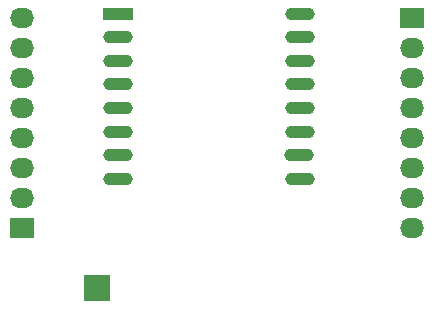
<source format=gbr>
G04 #@! TF.FileFunction,Copper,L2,Bot,Signal*
%FSLAX46Y46*%
G04 Gerber Fmt 4.6, Leading zero omitted, Abs format (unit mm)*
G04 Created by KiCad (PCBNEW 0.201510090346+6256~30~ubuntu14.04.1-product) date Mon 23 Nov 2015 18:10:39 CET*
%MOMM*%
G01*
G04 APERTURE LIST*
%ADD10C,0.100000*%
%ADD11R,2.032000X1.727200*%
%ADD12O,2.032000X1.727200*%
%ADD13R,2.500000X1.100000*%
%ADD14O,2.500000X1.100000*%
%ADD15R,2.235200X2.235200*%
G04 APERTURE END LIST*
D10*
D11*
X139700000Y-123190000D03*
D12*
X139700000Y-120650000D03*
X139700000Y-118110000D03*
X139700000Y-115570000D03*
X139700000Y-113030000D03*
X139700000Y-110490000D03*
X139700000Y-107950000D03*
X139700000Y-105410000D03*
D11*
X172720000Y-105410000D03*
D12*
X172720000Y-107950000D03*
X172720000Y-110490000D03*
X172720000Y-113030000D03*
X172720000Y-115570000D03*
X172720000Y-118110000D03*
X172720000Y-120650000D03*
X172720000Y-123190000D03*
D13*
X147801100Y-105003600D03*
D14*
X147801100Y-107003600D03*
X147801100Y-109003600D03*
X147801100Y-111003600D03*
X147801100Y-113003600D03*
X147801100Y-115003600D03*
X147801100Y-117003600D03*
X147801100Y-119003600D03*
X163201100Y-119003600D03*
X163101100Y-117003600D03*
X163201100Y-115003600D03*
X163201100Y-113003600D03*
X163201100Y-111003600D03*
X163201100Y-109003600D03*
X163201100Y-107003600D03*
X163201100Y-105003600D03*
D15*
X146050000Y-128270000D03*
M02*

</source>
